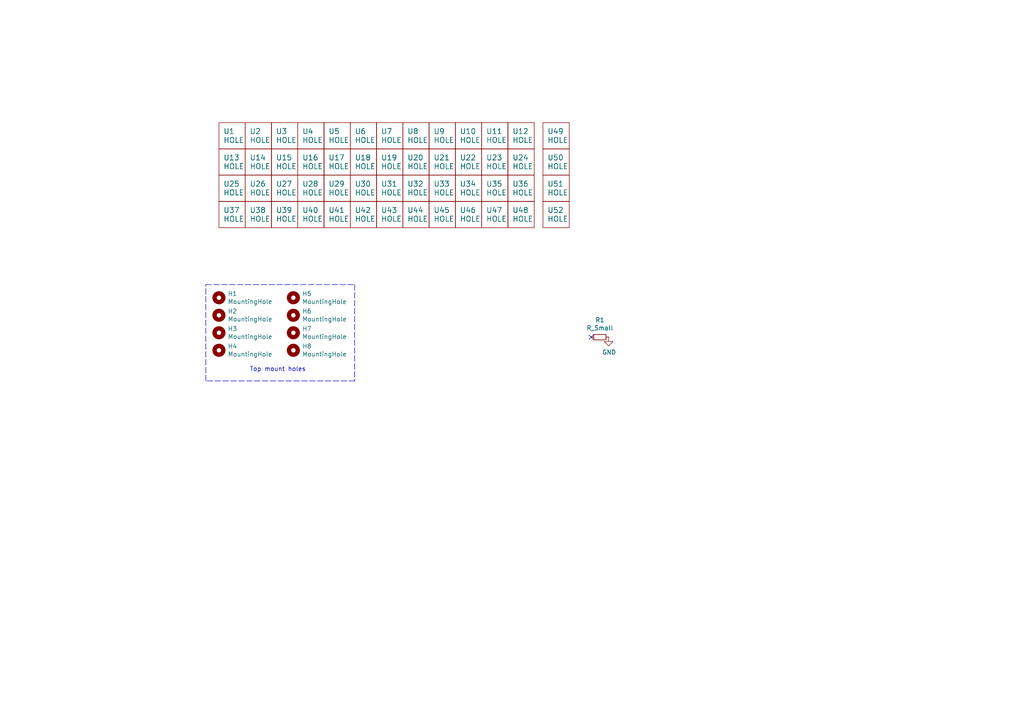
<source format=kicad_sch>
(kicad_sch (version 20211123) (generator eeschema)
  (paper "A4")
  (lib_symbols
    (symbol "Device:R_Small" (pin_numbers hide) (pin_names (offset 0.254) hide)
      (property "Reference" "R" (at 0.762 0.508 0))
      (property "Value" "R_Small" (at 0.762 -1.016 0))
      (symbol "R_Small_0_1"
        (rectangle (start -0.762 1.778) (end 0.762 -1.778) (stroke (width 0.2032)))
      )
      (symbol "R_Small_1_1"
        (pin passive line (at 0 2.54 270) (length 0.762) (name "~") (number "1"))
        (pin passive line (at 0 -2.54 90) (length 0.762) (name "~") (number "2"))
      )
    )
    (symbol "Mechanical:MountingHole" (pin_names (offset 1.016))
      (property "Reference" "H" (at 0 5.08 0))
      (property "Value" "MountingHole" (at 0 3.175 0))
      (symbol "MountingHole_0_1"
        (circle (center 0 0) (radius 1.27) (stroke (width 1.27)))
      )
    )
    (symbol "lets_split-cache:HOLE" (pin_names (offset 1.016))
      (property "Reference" "U" (at 0 5.08 0))
      (property "Value" "HOLE" (at 0 0 0))
      (symbol "HOLE_0_1"
        (rectangle (start -3.81 3.81) (end 3.81 -3.81))
      )
    )
    (symbol "power:GND" (power) (pin_names (offset 0))
      (property "Value" "GND" (at 0 -3.81 0))
      (symbol "GND_0_1"
        (polyline (pts (xy 0 0) (xy 0 -1.27) (xy 1.27 -1.27) (xy 0 -2.54) (xy -1.27 -1.27) (xy 0 -1.27)))
      )
      (symbol "GND_1_1"
        (pin power_in line (at 0 0 270) (length 0) hide (name "GND") (number "1"))
      )
    )
  )
  (no_connect (at 171.45 97.79))
  (polyline (pts (xy 102.87 110.49) (xy 59.69 110.49)))
  (polyline (pts (xy 102.87 82.55) (xy 102.87 110.49)))
  (polyline (pts (xy 59.69 110.49) (xy 59.69 82.55)))
  (polyline (pts (xy 59.69 82.55) (xy 102.87 82.55)))
  (text "Top mount holes" (at 72.39 107.95 0) (effects (font (size 1.27 1.27)) (justify left bottom)))
  (symbol (lib_id "lets_split-cache:HOLE") (at 67.31 39.37 0) (unit 1)
    (property "Reference" "U1" (at 64.77 38.1 0) (effects (font (size 1.524 1.524)) (justify left)))
    (property "Value" "HOLE" (at 64.77 40.64 0) (effects (font (size 1.524 1.524)) (justify left)))
    (property "Footprint" "Keeb_footprints:MX100_slot_plated_2" (effects hide))
  )
  (symbol (lib_id "lets_split-cache:HOLE") (at 74.93 39.37 0) (unit 1)
    (property "Reference" "U2" (at 72.39 38.1 0) (effects (font (size 1.524 1.524)) (justify left)))
    (property "Value" "HOLE" (at 72.39 40.64 0) (effects (font (size 1.524 1.524)) (justify left)))
    (property "Footprint" "Keeb_footprints:MX100_slot_plated_2" (effects hide))
  )
  (symbol (lib_id "lets_split-cache:HOLE") (at 82.55 39.37 0) (unit 1)
    (property "Reference" "U3" (at 80.01 38.1 0) (effects (font (size 1.524 1.524)) (justify left)))
    (property "Value" "HOLE" (at 80.01 40.64 0) (effects (font (size 1.524 1.524)) (justify left)))
    (property "Footprint" "Keeb_footprints:MX100_slot_plated_2" (effects hide))
  )
  (symbol (lib_id "lets_split-cache:HOLE") (at 90.17 39.37 0) (unit 1)
    (property "Reference" "U4" (at 87.63 38.1 0) (effects (font (size 1.524 1.524)) (justify left)))
    (property "Value" "HOLE" (at 87.63 40.64 0) (effects (font (size 1.524 1.524)) (justify left)))
    (property "Footprint" "Keeb_footprints:MX100_slot_plated_2" (effects hide))
  )
  (symbol (lib_id "lets_split-cache:HOLE") (at 67.31 46.99 0) (unit 1)
    (property "Reference" "U13" (at 64.77 45.72 0) (effects (font (size 1.524 1.524)) (justify left)))
    (property "Value" "HOLE" (at 64.77 48.26 0) (effects (font (size 1.524 1.524)) (justify left)))
    (property "Footprint" "Keeb_footprints:MX100_slot_plated_2" (effects hide))
  )
  (symbol (lib_id "lets_split-cache:HOLE") (at 74.93 46.99 0) (unit 1)
    (property "Reference" "U14" (at 72.39 45.72 0) (effects (font (size 1.524 1.524)) (justify left)))
    (property "Value" "HOLE" (at 72.39 48.26 0) (effects (font (size 1.524 1.524)) (justify left)))
    (property "Footprint" "Keeb_footprints:MX100_slot_plated_2" (effects hide))
  )
  (symbol (lib_id "lets_split-cache:HOLE") (at 82.55 46.99 0) (unit 1)
    (property "Reference" "U15" (at 80.01 45.72 0) (effects (font (size 1.524 1.524)) (justify left)))
    (property "Value" "HOLE" (at 80.01 48.26 0) (effects (font (size 1.524 1.524)) (justify left)))
    (property "Footprint" "Keeb_footprints:MX100_slot_plated_2" (effects hide))
  )
  (symbol (lib_id "lets_split-cache:HOLE") (at 90.17 46.99 0) (unit 1)
    (property "Reference" "U16" (at 87.63 45.72 0) (effects (font (size 1.524 1.524)) (justify left)))
    (property "Value" "HOLE" (at 87.63 48.26 0) (effects (font (size 1.524 1.524)) (justify left)))
    (property "Footprint" "Keeb_footprints:MX100_slot_plated_2" (effects hide))
  )
  (symbol (lib_id "lets_split-cache:HOLE") (at 67.31 54.61 0) (unit 1)
    (property "Reference" "U25" (at 64.77 53.34 0) (effects (font (size 1.524 1.524)) (justify left)))
    (property "Value" "HOLE" (at 64.77 55.88 0) (effects (font (size 1.524 1.524)) (justify left)))
    (property "Footprint" "Keeb_footprints:MX100_slot_plated_2" (effects hide))
  )
  (symbol (lib_id "lets_split-cache:HOLE") (at 74.93 54.61 0) (unit 1)
    (property "Reference" "U26" (at 72.39 53.34 0) (effects (font (size 1.524 1.524)) (justify left)))
    (property "Value" "HOLE" (at 72.39 55.88 0) (effects (font (size 1.524 1.524)) (justify left)))
    (property "Footprint" "Keeb_footprints:MX100_slot_plated_2" (effects hide))
  )
  (symbol (lib_id "lets_split-cache:HOLE") (at 82.55 54.61 0) (unit 1)
    (property "Reference" "U27" (at 80.01 53.34 0) (effects (font (size 1.524 1.524)) (justify left)))
    (property "Value" "HOLE" (at 80.01 55.88 0) (effects (font (size 1.524 1.524)) (justify left)))
    (property "Footprint" "Keeb_footprints:MX100_slot_plated_2" (effects hide))
  )
  (symbol (lib_id "lets_split-cache:HOLE") (at 90.17 54.61 0) (unit 1)
    (property "Reference" "U28" (at 87.63 53.34 0) (effects (font (size 1.524 1.524)) (justify left)))
    (property "Value" "HOLE" (at 87.63 55.88 0) (effects (font (size 1.524 1.524)) (justify left)))
    (property "Footprint" "Keeb_footprints:MX100_slot_plated_2" (effects hide))
  )
  (symbol (lib_id "lets_split-cache:HOLE") (at 67.31 62.23 0) (unit 1)
    (property "Reference" "U37" (at 64.77 60.96 0) (effects (font (size 1.524 1.524)) (justify left)))
    (property "Value" "HOLE" (at 64.77 63.5 0) (effects (font (size 1.524 1.524)) (justify left)))
    (property "Footprint" "Keeb_footprints:MX100_slot_plated_2" (effects hide))
  )
  (symbol (lib_id "lets_split-cache:HOLE") (at 74.93 62.23 0) (unit 1)
    (property "Reference" "U38" (at 72.39 60.96 0) (effects (font (size 1.524 1.524)) (justify left)))
    (property "Value" "HOLE" (at 72.39 63.5 0) (effects (font (size 1.524 1.524)) (justify left)))
    (property "Footprint" "Keeb_footprints:MX100_slot_plated_2" (effects hide))
  )
  (symbol (lib_id "lets_split-cache:HOLE") (at 82.55 62.23 0) (unit 1)
    (property "Reference" "U39" (at 80.01 60.96 0) (effects (font (size 1.524 1.524)) (justify left)))
    (property "Value" "HOLE" (at 80.01 63.5 0) (effects (font (size 1.524 1.524)) (justify left)))
    (property "Footprint" "Keeb_footprints:MX100_slot_plated_2" (effects hide))
  )
  (symbol (lib_id "lets_split-cache:HOLE") (at 90.17 62.23 0) (unit 1)
    (property "Reference" "U40" (at 87.63 60.96 0) (effects (font (size 1.524 1.524)) (justify left)))
    (property "Value" "HOLE" (at 87.63 63.5 0) (effects (font (size 1.524 1.524)) (justify left)))
    (property "Footprint" "Keeb_footprints:MX100_slot_plated_2" (effects hide))
  )
  (symbol (lib_id "lets_split-cache:HOLE") (at 97.79 39.37 0) (unit 1)
    (property "Reference" "U5" (at 95.25 38.1 0) (effects (font (size 1.524 1.524)) (justify left)))
    (property "Value" "HOLE" (at 95.25 40.64 0) (effects (font (size 1.524 1.524)) (justify left)))
    (property "Footprint" "Keeb_footprints:MX100_slot_plated_2" (effects hide))
  )
  (symbol (lib_id "lets_split-cache:HOLE") (at 105.41 39.37 0) (unit 1)
    (property "Reference" "U6" (at 102.87 38.1 0) (effects (font (size 1.524 1.524)) (justify left)))
    (property "Value" "HOLE" (at 102.87 40.64 0) (effects (font (size 1.524 1.524)) (justify left)))
    (property "Footprint" "Keeb_footprints:MX100_slot_plated_2" (effects hide))
  )
  (symbol (lib_id "lets_split-cache:HOLE") (at 113.03 39.37 0) (unit 1)
    (property "Reference" "U7" (at 110.49 38.1 0) (effects (font (size 1.524 1.524)) (justify left)))
    (property "Value" "HOLE" (at 110.49 40.64 0) (effects (font (size 1.524 1.524)) (justify left)))
    (property "Footprint" "Keeb_footprints:MX100_slot_plated_2" (effects hide))
  )
  (symbol (lib_id "lets_split-cache:HOLE") (at 120.65 39.37 0) (unit 1)
    (property "Reference" "U8" (at 118.11 38.1 0) (effects (font (size 1.524 1.524)) (justify left)))
    (property "Value" "HOLE" (at 118.11 40.64 0) (effects (font (size 1.524 1.524)) (justify left)))
    (property "Footprint" "Keeb_footprints:MX100_slot_plated_2" (effects hide))
  )
  (symbol (lib_id "lets_split-cache:HOLE") (at 97.79 46.99 0) (unit 1)
    (property "Reference" "U17" (at 95.25 45.72 0) (effects (font (size 1.524 1.524)) (justify left)))
    (property "Value" "HOLE" (at 95.25 48.26 0) (effects (font (size 1.524 1.524)) (justify left)))
    (property "Footprint" "Keeb_footprints:MX100_slot_plated_2" (effects hide))
  )
  (symbol (lib_id "lets_split-cache:HOLE") (at 105.41 46.99 0) (unit 1)
    (property "Reference" "U18" (at 102.87 45.72 0) (effects (font (size 1.524 1.524)) (justify left)))
    (property "Value" "HOLE" (at 102.87 48.26 0) (effects (font (size 1.524 1.524)) (justify left)))
    (property "Footprint" "Keeb_footprints:MX100_slot_plated_2" (effects hide))
  )
  (symbol (lib_id "lets_split-cache:HOLE") (at 113.03 46.99 0) (unit 1)
    (property "Reference" "U19" (at 110.49 45.72 0) (effects (font (size 1.524 1.524)) (justify left)))
    (property "Value" "HOLE" (at 110.49 48.26 0) (effects (font (size 1.524 1.524)) (justify left)))
    (property "Footprint" "Keeb_footprints:MX100_slot_plated_2" (effects hide))
  )
  (symbol (lib_id "lets_split-cache:HOLE") (at 120.65 46.99 0) (unit 1)
    (property "Reference" "U20" (at 118.11 45.72 0) (effects (font (size 1.524 1.524)) (justify left)))
    (property "Value" "HOLE" (at 118.11 48.26 0) (effects (font (size 1.524 1.524)) (justify left)))
    (property "Footprint" "Keeb_footprints:MX100_slot_plated_2" (effects hide))
  )
  (symbol (lib_id "lets_split-cache:HOLE") (at 97.79 54.61 0) (unit 1)
    (property "Reference" "U29" (at 95.25 53.34 0) (effects (font (size 1.524 1.524)) (justify left)))
    (property "Value" "HOLE" (at 95.25 55.88 0) (effects (font (size 1.524 1.524)) (justify left)))
    (property "Footprint" "Keeb_footprints:MX100_slot_plated_2" (effects hide))
  )
  (symbol (lib_id "lets_split-cache:HOLE") (at 105.41 54.61 0) (unit 1)
    (property "Reference" "U30" (at 102.87 53.34 0) (effects (font (size 1.524 1.524)) (justify left)))
    (property "Value" "HOLE" (at 102.87 55.88 0) (effects (font (size 1.524 1.524)) (justify left)))
    (property "Footprint" "Keeb_footprints:MX100_slot_plated_2" (effects hide))
  )
  (symbol (lib_id "lets_split-cache:HOLE") (at 113.03 54.61 0) (unit 1)
    (property "Reference" "U31" (at 110.49 53.34 0) (effects (font (size 1.524 1.524)) (justify left)))
    (property "Value" "HOLE" (at 110.49 55.88 0) (effects (font (size 1.524 1.524)) (justify left)))
    (property "Footprint" "Keeb_footprints:MX100_slot_plated_2" (effects hide))
  )
  (symbol (lib_id "lets_split-cache:HOLE") (at 120.65 54.61 0) (unit 1)
    (property "Reference" "U32" (at 118.11 53.34 0) (effects (font (size 1.524 1.524)) (justify left)))
    (property "Value" "HOLE" (at 118.11 55.88 0) (effects (font (size 1.524 1.524)) (justify left)))
    (property "Footprint" "Keeb_footprints:MX100_slot_plated_2" (effects hide))
  )
  (symbol (lib_id "lets_split-cache:HOLE") (at 97.79 62.23 0) (unit 1)
    (property "Reference" "U41" (at 95.25 60.96 0) (effects (font (size 1.524 1.524)) (justify left)))
    (property "Value" "HOLE" (at 95.25 63.5 0) (effects (font (size 1.524 1.524)) (justify left)))
    (property "Footprint" "Keeb_footprints:MX100_slot_plated_2" (effects hide))
  )
  (symbol (lib_id "lets_split-cache:HOLE") (at 105.41 62.23 0) (unit 1)
    (property "Reference" "U42" (at 102.87 60.96 0) (effects (font (size 1.524 1.524)) (justify left)))
    (property "Value" "HOLE" (at 102.87 63.5 0) (effects (font (size 1.524 1.524)) (justify left)))
    (property "Footprint" "Keeb_footprints:MX100_slot_plated_2" (effects hide))
  )
  (symbol (lib_id "lets_split-cache:HOLE") (at 113.03 62.23 0) (unit 1)
    (property "Reference" "U43" (at 110.49 60.96 0) (effects (font (size 1.524 1.524)) (justify left)))
    (property "Value" "HOLE" (at 110.49 63.5 0) (effects (font (size 1.524 1.524)) (justify left)))
    (property "Footprint" "Keeb_footprints:MX100_slot_plated_2" (effects hide))
  )
  (symbol (lib_id "lets_split-cache:HOLE") (at 120.65 62.23 0) (unit 1)
    (property "Reference" "U44" (at 118.11 60.96 0) (effects (font (size 1.524 1.524)) (justify left)))
    (property "Value" "HOLE" (at 118.11 63.5 0) (effects (font (size 1.524 1.524)) (justify left)))
    (property "Footprint" "Keeb_footprints:MX100_slot_plated_2" (effects hide))
  )
  (symbol (lib_id "lets_split-cache:HOLE") (at 128.27 39.37 0) (unit 1)
    (property "Reference" "U9" (at 125.73 38.1 0) (effects (font (size 1.524 1.524)) (justify left)))
    (property "Value" "HOLE" (at 125.73 40.64 0) (effects (font (size 1.524 1.524)) (justify left)))
    (property "Footprint" "Keeb_footprints:MX100_slot_plated_2" (effects hide))
  )
  (symbol (lib_id "lets_split-cache:HOLE") (at 135.89 39.37 0) (unit 1)
    (property "Reference" "U10" (at 133.35 38.1 0) (effects (font (size 1.524 1.524)) (justify left)))
    (property "Value" "HOLE" (at 133.35 40.64 0) (effects (font (size 1.524 1.524)) (justify left)))
    (property "Footprint" "Keeb_footprints:MX100_slot_plated_2" (effects hide))
  )
  (symbol (lib_id "lets_split-cache:HOLE") (at 143.51 39.37 0) (unit 1)
    (property "Reference" "U11" (at 140.97 38.1 0) (effects (font (size 1.524 1.524)) (justify left)))
    (property "Value" "HOLE" (at 140.97 40.64 0) (effects (font (size 1.524 1.524)) (justify left)))
    (property "Footprint" "Keeb_footprints:MX100_slot_plated_2" (effects hide))
  )
  (symbol (lib_id "lets_split-cache:HOLE") (at 151.13 39.37 0) (unit 1)
    (property "Reference" "U12" (at 148.59 38.1 0) (effects (font (size 1.524 1.524)) (justify left)))
    (property "Value" "HOLE" (at 148.59 40.64 0) (effects (font (size 1.524 1.524)) (justify left)))
    (property "Footprint" "Keeb_footprints:MX100_slot_plated_2" (effects hide))
  )
  (symbol (lib_id "lets_split-cache:HOLE") (at 128.27 46.99 0) (unit 1)
    (property "Reference" "U21" (at 125.73 45.72 0) (effects (font (size 1.524 1.524)) (justify left)))
    (property "Value" "HOLE" (at 125.73 48.26 0) (effects (font (size 1.524 1.524)) (justify left)))
    (property "Footprint" "Keeb_footprints:MX100_slot_plated_2" (effects hide))
  )
  (symbol (lib_id "lets_split-cache:HOLE") (at 135.89 46.99 0) (unit 1)
    (property "Reference" "U22" (at 133.35 45.72 0) (effects (font (size 1.524 1.524)) (justify left)))
    (property "Value" "HOLE" (at 133.35 48.26 0) (effects (font (size 1.524 1.524)) (justify left)))
    (property "Footprint" "Keeb_footprints:MX100_slot_plated_2" (effects hide))
  )
  (symbol (lib_id "lets_split-cache:HOLE") (at 143.51 46.99 0) (unit 1)
    (property "Reference" "U23" (at 140.97 45.72 0) (effects (font (size 1.524 1.524)) (justify left)))
    (property "Value" "HOLE" (at 140.97 48.26 0) (effects (font (size 1.524 1.524)) (justify left)))
    (property "Footprint" "Keeb_footprints:MX100_slot_plated_2" (effects hide))
  )
  (symbol (lib_id "lets_split-cache:HOLE") (at 151.13 46.99 0) (unit 1)
    (property "Reference" "U24" (at 148.59 45.72 0) (effects (font (size 1.524 1.524)) (justify left)))
    (property "Value" "HOLE" (at 148.59 48.26 0) (effects (font (size 1.524 1.524)) (justify left)))
    (property "Footprint" "Keeb_footprints:MX100_slot_plated_2" (effects hide))
  )
  (symbol (lib_id "lets_split-cache:HOLE") (at 128.27 54.61 0) (unit 1)
    (property "Reference" "U33" (at 125.73 53.34 0) (effects (font (size 1.524 1.524)) (justify left)))
    (property "Value" "HOLE" (at 125.73 55.88 0) (effects (font (size 1.524 1.524)) (justify left)))
    (property "Footprint" "Keeb_footprints:MX100_slot_plated_2" (effects hide))
  )
  (symbol (lib_id "lets_split-cache:HOLE") (at 135.89 54.61 0) (unit 1)
    (property "Reference" "U34" (at 133.35 53.34 0) (effects (font (size 1.524 1.524)) (justify left)))
    (property "Value" "HOLE" (at 133.35 55.88 0) (effects (font (size 1.524 1.524)) (justify left)))
    (property "Footprint" "Keeb_footprints:MX100_slot_plated_2" (effects hide))
  )
  (symbol (lib_id "lets_split-cache:HOLE") (at 143.51 54.61 0) (unit 1)
    (property "Reference" "U35" (at 140.97 53.34 0) (effects (font (size 1.524 1.524)) (justify left)))
    (property "Value" "HOLE" (at 140.97 55.88 0) (effects (font (size 1.524 1.524)) (justify left)))
    (property "Footprint" "Keeb_footprints:MX100_slot_plated_2" (effects hide))
  )
  (symbol (lib_id "lets_split-cache:HOLE") (at 151.13 54.61 0) (unit 1)
    (property "Reference" "U36" (at 148.59 53.34 0) (effects (font (size 1.524 1.524)) (justify left)))
    (property "Value" "HOLE" (at 148.59 55.88 0) (effects (font (size 1.524 1.524)) (justify left)))
    (property "Footprint" "Keeb_footprints:MX100_slot_plated_2" (effects hide))
  )
  (symbol (lib_id "lets_split-cache:HOLE") (at 128.27 62.23 0) (unit 1)
    (property "Reference" "U45" (at 125.73 60.96 0) (effects (font (size 1.524 1.524)) (justify left)))
    (property "Value" "HOLE" (at 125.73 63.5 0) (effects (font (size 1.524 1.524)) (justify left)))
    (property "Footprint" "Keeb_footprints:MX100_slot_plated_2" (effects hide))
  )
  (symbol (lib_id "lets_split-cache:HOLE") (at 135.89 62.23 0) (unit 1)
    (property "Reference" "U46" (at 133.35 60.96 0) (effects (font (size 1.524 1.524)) (justify left)))
    (property "Value" "HOLE" (at 133.35 63.5 0) (effects (font (size 1.524 1.524)) (justify left)))
    (property "Footprint" "Keeb_footprints:MX100_slot_plated_2" (effects hide))
  )
  (symbol (lib_id "lets_split-cache:HOLE") (at 143.51 62.23 0) (unit 1)
    (property "Reference" "U47" (at 140.97 60.96 0) (effects (font (size 1.524 1.524)) (justify left)))
    (property "Value" "HOLE" (at 140.97 63.5 0) (effects (font (size 1.524 1.524)) (justify left)))
    (property "Footprint" "Keeb_footprints:MX100_slot_plated_2" (effects hide))
  )
  (symbol (lib_id "lets_split-cache:HOLE") (at 151.13 62.23 0) (unit 1)
    (property "Reference" "U48" (at 148.59 60.96 0) (effects (font (size 1.524 1.524)) (justify left)))
    (property "Value" "HOLE" (at 148.59 63.5 0) (effects (font (size 1.524 1.524)) (justify left)))
    (property "Footprint" "Keeb_footprints:MX100_slot_plated_2" (effects hide))
  )
  (symbol (lib_id "lets_split-cache:HOLE") (at 161.29 39.37 0) (unit 1)
    (property "Reference" "U49" (at 158.75 38.1 0) (effects (font (size 1.524 1.524)) (justify left)))
    (property "Value" "HOLE" (at 158.75 40.64 0) (effects (font (size 1.524 1.524)) (justify left)))
    (property "Footprint" "Keeb_footprints:EC11_cutout_plated" (effects hide))
  )
  (symbol (lib_id "lets_split-cache:HOLE") (at 161.29 46.99 0) (unit 1)
    (property "Reference" "U50" (at 158.75 45.72 0) (effects (font (size 1.524 1.524)) (justify left)))
    (property "Value" "HOLE" (at 158.75 48.26 0) (effects (font (size 1.524 1.524)) (justify left)))
    (property "Footprint" "Keeb_footprints:MX100_slot_plated_2" (effects hide))
  )
  (symbol (lib_id "lets_split-cache:HOLE") (at 161.29 54.61 0) (unit 1)
    (property "Reference" "U51" (at 158.75 53.34 0) (effects (font (size 1.524 1.524)) (justify left)))
    (property "Value" "HOLE" (at 158.75 55.88 0) (effects (font (size 1.524 1.524)) (justify left)))
    (property "Footprint" "Keeb_footprints:MX100_slot_plated_2" (effects hide))
  )
  (symbol (lib_id "lets_split-cache:HOLE") (at 161.29 62.23 0) (unit 1)
    (property "Reference" "U52" (at 158.75 60.96 0) (effects (font (size 1.524 1.524)) (justify left)))
    (property "Value" "HOLE" (at 158.75 63.5 0) (effects (font (size 1.524 1.524)) (justify left)))
    (property "Footprint" "Keeb_footprints:MX100_slot_plated_2" (effects hide))
  )
  (symbol (lib_id "power:GND") (at 176.53 97.79 0) (unit 1)
    (property "Reference" "#PWR0101" (effects hide))
    (property "Value" "GND" (at 176.657 102.1842 0))
  )
  (symbol (lib_id "Mechanical:MountingHole") (at 85.09 96.52 0) (unit 1)
    (property "Reference" "H7" (at 87.63 95.3516 0) (effects (justify left)))
    (property "Value" "MountingHole" (at 87.63 97.663 0) (effects (justify left)))
    (property "Footprint" "random-keyboard-parts:Generic-Mounthole" (effects hide))
  )
  (symbol (lib_id "Mechanical:MountingHole") (at 85.09 101.6 0) (unit 1)
    (property "Reference" "H8" (at 87.63 100.4316 0) (effects (justify left)))
    (property "Value" "MountingHole" (at 87.63 102.743 0) (effects (justify left)))
    (property "Footprint" "random-keyboard-parts:Generic-Mounthole" (effects hide))
  )
  (symbol (lib_id "Mechanical:MountingHole") (at 63.5 86.36 0) (unit 1)
    (property "Reference" "H1" (at 66.04 85.1916 0) (effects (justify left)))
    (property "Value" "MountingHole" (at 66.04 87.503 0) (effects (justify left)))
    (property "Footprint" "random-keyboard-parts:Generic-Mounthole" (effects hide))
  )
  (symbol (lib_id "Mechanical:MountingHole") (at 63.5 91.44 0) (unit 1)
    (property "Reference" "H2" (at 66.04 90.2716 0) (effects (justify left)))
    (property "Value" "MountingHole" (at 66.04 92.583 0) (effects (justify left)))
    (property "Footprint" "random-keyboard-parts:Generic-Mounthole" (effects hide))
  )
  (symbol (lib_id "Mechanical:MountingHole") (at 63.5 96.52 0) (unit 1)
    (property "Reference" "H3" (at 66.04 95.3516 0) (effects (justify left)))
    (property "Value" "MountingHole" (at 66.04 97.663 0) (effects (justify left)))
    (property "Footprint" "random-keyboard-parts:Generic-Mounthole" (effects hide))
  )
  (symbol (lib_id "Mechanical:MountingHole") (at 63.5 101.6 0) (unit 1)
    (property "Reference" "H4" (at 66.04 100.4316 0) (effects (justify left)))
    (property "Value" "MountingHole" (at 66.04 102.743 0) (effects (justify left)))
    (property "Footprint" "random-keyboard-parts:Generic-Mounthole" (effects hide))
  )
  (symbol (lib_id "Mechanical:MountingHole") (at 85.09 86.36 0) (unit 1)
    (property "Reference" "H5" (at 87.63 85.1916 0) (effects (justify left)))
    (property "Value" "MountingHole" (at 87.63 87.503 0) (effects (justify left)))
    (property "Footprint" "random-keyboard-parts:Generic-Mounthole" (effects hide))
  )
  (symbol (lib_id "Mechanical:MountingHole") (at 85.09 91.44 0) (unit 1)
    (property "Reference" "H6" (at 87.63 90.2716 0) (effects (justify left)))
    (property "Value" "MountingHole" (at 87.63 92.583 0) (effects (justify left)))
    (property "Footprint" "random-keyboard-parts:Generic-Mounthole" (effects hide))
  )
  (symbol (lib_id "Device:R_Small") (at 173.99 97.79 270) (unit 1)
    (property "Reference" "R1" (at 173.99 92.8116 90))
    (property "Value" "R_Small" (at 173.99 95.123 90))
    (property "Footprint" "Resistor_SMD:R_0603_1608Metric_Pad1.05x0.95mm_HandSolder" (effects hide))
  )
)
</source>
